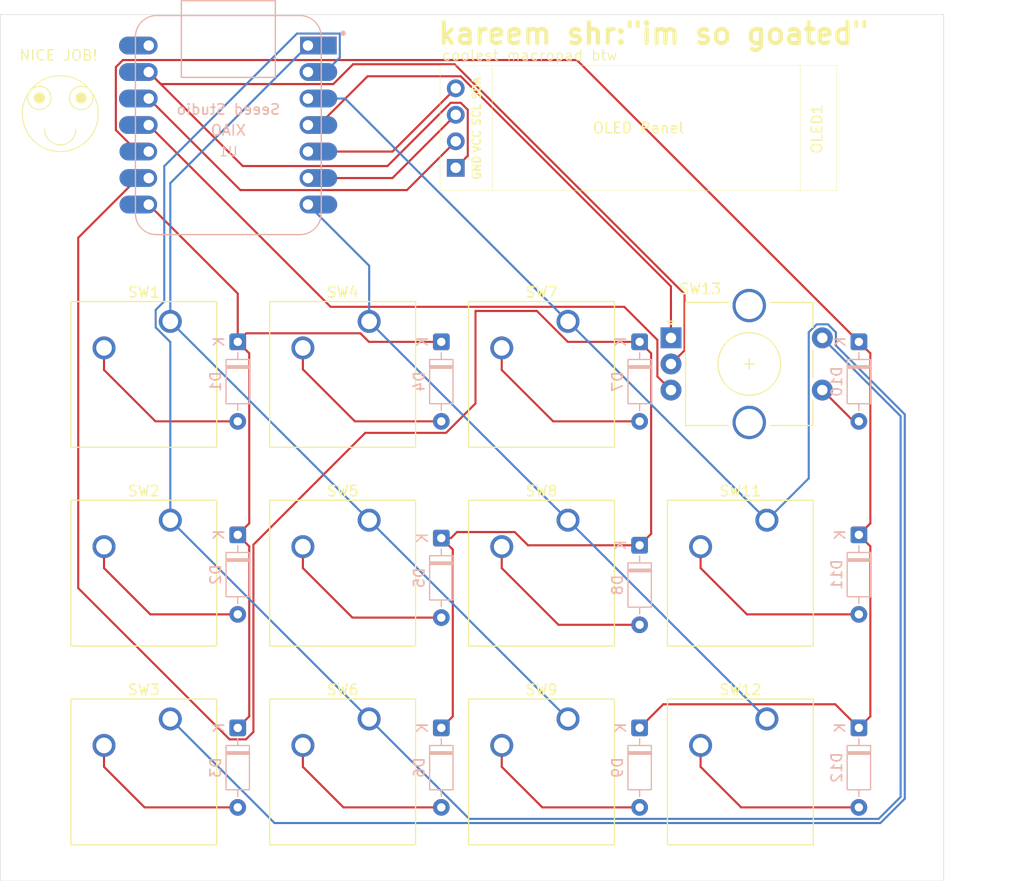
<source format=kicad_pcb>
(kicad_pcb (version 20241229) (generator "pcbnew") (generator_version "9.0")
  (layers (0 "F.Cu" mixed) (2 "B.Cu" signal) (13 "F.Paste" user) (15 "B.Paste" user) (5 "F.SilkS" user "F.Silkscreen") (7 "B.SilkS" user "B.Silkscreen") (1 "F.Mask" user) (3 "B.Mask" user) (25 "Edge.Cuts" user))
  (net 0 "")
  (net 1 "GND")
  (net 2 "Net-(D1-A)")
  (net 3 "Net-(D1-K)")
  (net 4 "Net-(D5-A)")
  (net 5 "Net-(D5-K)")
  (net 6 "Net-(D12-A)")
  (net 7 "Net-(U1-PA02_A0_D0)")
  (net 8 "Net-(U1-PA11_A3_D3)")
  (net 9 "Net-(U1-PB08_A6_D6_TX)")
  (net 10 "/vcc")
  (net 11 "/sda")
  (net 12 "/scl")
  (net 14 "Net-(D10-K)")
  (net 15 "Net-(D9-A)")
  (net 16 "Net-(D10-A)")
  (net 17 "Net-(D11-A)")
  (net 18 "Net-(D2-A)")
  (net 19 "Net-(D3-A)")
  (net 20 "Net-(D4-A)")
  (net 21 "Net-(D6-A)")
  (net 22 "Net-(D7-A)")
  (net 23 "Net-(D8-A)")
  (net 24 "Net-(U1-PA4_A1_D1)")
  (net 25 "Net-(U1-PA10_A2_D2)")
  (net 26 "Net-(U1-PA6_A10_D10_MOSI)")
  (footprint "Button_Switch_Keyboard:SW_Cherry_MX_1.00u_PCB_3d" (layer "F.Cu") (at 248.69 88.47)
    (property "Reference" "SW11" (at -2.54 -2.794 0) (layer "F.SilkS"))
    (property "Value" "SW_Push")
    (fp_line (start -9.525 -1.905) (end 4.445 -1.905) (stroke (width 0.12)) (layer "F.SilkS"))
    (fp_line (start -9.525 12.065) (end -9.525 -1.905) (stroke (width 0.12)) (layer "F.SilkS"))
    (fp_line (start 4.445 -1.905) (end 4.445 12.065) (stroke (width 0.12)) (layer "F.SilkS"))
    (fp_line (start 4.445 12.065) (end -9.525 12.065) (stroke (width 0.12)) (layer "F.SilkS"))
    (pad "" np_thru_hole circle (at -7.62 5.08) (size 1.7 1.7) (drill 1.7) (layers "*.Cu" "*.Mask"))
    (pad "" np_thru_hole circle (at -2.54 5.08) (size 4 4) (drill 4) (layers "*.Cu" "*.Mask"))
    (pad "" np_thru_hole circle (at 2.54 5.08) (size 1.7 1.7) (drill 1.7) (layers "*.Cu" "*.Mask"))
    (pad "1" thru_hole circle (at 0 0) (size 2.2 2.2) (drill 1.5) (layers "*.Cu" "*.Mask") (net 25 "Net-(U1-PA10_A2_D2)"))
    (pad "2" thru_hole circle (at -6.35 2.54) (size 2.2 2.2) (drill 1.5) (layers "*.Cu" "*.Mask") (net 17 "Net-(D11-A)"))
  )
  (footprint "Button_Switch_Keyboard:SW_Cherry_MX_1.00u_PCB_3d" (layer "F.Cu") (at 191.54 107.52)
    (property "Reference" "SW3" (at -2.54 -2.794 0) (layer "F.SilkS"))
    (property "Value" "SW_Push")
    (fp_line (start -9.525 -1.905) (end 4.445 -1.905) (stroke (width 0.12)) (layer "F.SilkS"))
    (fp_line (start -9.525 12.065) (end -9.525 -1.905) (stroke (width 0.12)) (layer "F.SilkS"))
    (fp_line (start 4.445 -1.905) (end 4.445 12.065) (stroke (width 0.12)) (layer "F.SilkS"))
    (fp_line (start 4.445 12.065) (end -9.525 12.065) (stroke (width 0.12)) (layer "F.SilkS"))
    (pad "" np_thru_hole circle (at -7.62 5.08) (size 1.7 1.7) (drill 1.7) (layers "*.Cu" "*.Mask"))
    (pad "" np_thru_hole circle (at -2.54 5.08) (size 4 4) (drill 4) (layers "*.Cu" "*.Mask"))
    (pad "" np_thru_hole circle (at 2.54 5.08) (size 1.7 1.7) (drill 1.7) (layers "*.Cu" "*.Mask"))
    (pad "1" thru_hole circle (at 0 0) (size 2.2 2.2) (drill 1.5) (layers "*.Cu" "*.Mask") (net 25 "Net-(U1-PA10_A2_D2)"))
    (pad "2" thru_hole circle (at -6.35 2.54) (size 2.2 2.2) (drill 1.5) (layers "*.Cu" "*.Mask") (net 19 "Net-(D3-A)"))
  )
  (footprint "Button_Switch_Keyboard:SW_Cherry_MX_1.00u_PCB_3d" (layer "F.Cu") (at 248.69 107.52)
    (property "Reference" "SW12" (at -2.54 -2.794 0) (layer "F.SilkS"))
    (property "Value" "SW_Push")
    (fp_line (start -9.525 -1.905) (end 4.445 -1.905) (stroke (width 0.12)) (layer "F.SilkS"))
    (fp_line (start -9.525 12.065) (end -9.525 -1.905) (stroke (width 0.12)) (layer "F.SilkS"))
    (fp_line (start 4.445 -1.905) (end 4.445 12.065) (stroke (width 0.12)) (layer "F.SilkS"))
    (fp_line (start 4.445 12.065) (end -9.525 12.065) (stroke (width 0.12)) (layer "F.SilkS"))
    (pad "" np_thru_hole circle (at -7.62 5.08) (size 1.7 1.7) (drill 1.7) (layers "*.Cu" "*.Mask"))
    (pad "" np_thru_hole circle (at -2.54 5.08) (size 4 4) (drill 4) (layers "*.Cu" "*.Mask"))
    (pad "" np_thru_hole circle (at 2.54 5.08) (size 1.7 1.7) (drill 1.7) (layers "*.Cu" "*.Mask"))
    (pad "1" thru_hole circle (at 0 0) (size 2.2 2.2) (drill 1.5) (layers "*.Cu" "*.Mask") (net 9 "Net-(U1-PB08_A6_D6_TX)"))
    (pad "2" thru_hole circle (at -6.35 2.54) (size 2.2 2.2) (drill 1.5) (layers "*.Cu" "*.Mask") (net 6 "Net-(D12-A)"))
  )
  (footprint "KiCad-SSD1306-0.91-OLED-4pin-128x32:SSD1306-0.91-OLED-4pin-128x32" (layer "F.Cu") (at 255.385 56.885 180)
    (property "Reference" "OLED1" (at 1.9 5.91 90) (layer "F.SilkS"))
    (property "Value" "Conn_01x04_Pin")
    (fp_line (start 38 12) (end 38 0) (stroke (width 0.04)) (layer "F.SilkS"))
    (fp_line (start 38 0) (end 0 0) (stroke (width 0.04)) (layer "F.SilkS"))
    (fp_line (start 33 0) (end 33 12) (stroke (width 0.04)) (layer "F.SilkS"))
    (fp_line (start 3.5 0) (end 3.5 12) (stroke (width 0.04)) (layer "F.SilkS"))
    (fp_line (start 0 12) (end 38 12) (stroke (width 0.04)) (layer "F.SilkS"))
    (fp_line (start 0 0) (end 0 12) (stroke (width 0.04)) (layer "F.SilkS"))
    (fp_text user "SCL" (at 34.5 7.27 90) (layer "F.SilkS") (effects (font (size 0.75 0.75))))
    (fp_text user "VCC" (at 34.5 4.73 90) (layer "F.SilkS") (effects (font (size 0.75 0.75))))
    (fp_text user "SDA" (at 34.5 9.81 90) (layer "F.SilkS") (effects (font (size 0.75 0.75))))
    (fp_text user "GND" (at 34.5 2.19 90) (layer "F.SilkS") (effects (font (size 0.75 0.75))))
    (fp_text user "OLED Panel" (at 19 6 0) (layer "F.SilkS"))
    (pad "1" thru_hole rect (at 36.5 2.19 180) (size 1.7 1.7) (drill 1) (layers "*.Cu" "*.Mask") (net 1 "GND"))
    (pad "2" thru_hole oval (at 36.5 4.73 180) (size 1.7 1.7) (drill 1) (layers "*.Cu" "*.Mask") (net 10 "/vcc"))
    (pad "3" thru_hole oval (at 36.5 7.27 180) (size 1.7 1.7) (drill 1) (layers "*.Cu" "*.Mask") (net 12 "/scl"))
    (pad "4" thru_hole oval (at 36.5 9.81 180) (size 1.7 1.7) (drill 1) (layers "*.Cu" "*.Mask") (net 11 "/sda"))
  )
  (footprint "Button_Switch_Keyboard:SW_Cherry_MX_1.00u_PCB_3d" (layer "F.Cu") (at 210.59 88.47)
    (property "Reference" "SW5" (at -2.54 -2.794 0) (layer "F.SilkS"))
    (property "Value" "SW_Push")
    (fp_line (start -9.525 -1.905) (end 4.445 -1.905) (stroke (width 0.12)) (layer "F.SilkS"))
    (fp_line (start -9.525 12.065) (end -9.525 -1.905) (stroke (width 0.12)) (layer "F.SilkS"))
    (fp_line (start 4.445 -1.905) (end 4.445 12.065) (stroke (width 0.12)) (layer "F.SilkS"))
    (fp_line (start 4.445 12.065) (end -9.525 12.065) (stroke (width 0.12)) (layer "F.SilkS"))
    (pad "" np_thru_hole circle (at -7.62 5.08) (size 1.7 1.7) (drill 1.7) (layers "*.Cu" "*.Mask"))
    (pad "" np_thru_hole circle (at -2.54 5.08) (size 4 4) (drill 4) (layers "*.Cu" "*.Mask"))
    (pad "" np_thru_hole circle (at 2.54 5.08) (size 1.7 1.7) (drill 1.7) (layers "*.Cu" "*.Mask"))
    (pad "1" thru_hole circle (at 0 0) (size 2.2 2.2) (drill 1.5) (layers "*.Cu" "*.Mask") (net 7 "Net-(U1-PA02_A0_D0)"))
    (pad "2" thru_hole circle (at -6.35 2.54) (size 2.2 2.2) (drill 1.5) (layers "*.Cu" "*.Mask") (net 4 "Net-(D5-A)"))
  )
  (footprint "Button_Switch_Keyboard:SW_Cherry_MX_1.00u_PCB_3d" (layer "F.Cu") (at 229.64 107.52)
    (property "Reference" "SW9" (at -2.54 -2.794 0) (layer "F.SilkS"))
    (property "Value" "SW_Push")
    (fp_line (start -9.525 -1.905) (end 4.445 -1.905) (stroke (width 0.12)) (layer "F.SilkS"))
    (fp_line (start -9.525 12.065) (end -9.525 -1.905) (stroke (width 0.12)) (layer "F.SilkS"))
    (fp_line (start 4.445 -1.905) (end 4.445 12.065) (stroke (width 0.12)) (layer "F.SilkS"))
    (fp_line (start 4.445 12.065) (end -9.525 12.065) (stroke (width 0.12)) (layer "F.SilkS"))
    (pad "" np_thru_hole circle (at -7.62 5.08) (size 1.7 1.7) (drill 1.7) (layers "*.Cu" "*.Mask"))
    (pad "" np_thru_hole circle (at -2.54 5.08) (size 4 4) (drill 4) (layers "*.Cu" "*.Mask"))
    (pad "" np_thru_hole circle (at 2.54 5.08) (size 1.7 1.7) (drill 1.7) (layers "*.Cu" "*.Mask"))
    (pad "1" thru_hole circle (at 0 0) (size 2.2 2.2) (drill 1.5) (layers "*.Cu" "*.Mask") (net 7 "Net-(U1-PA02_A0_D0)"))
    (pad "2" thru_hole circle (at -6.35 2.54) (size 2.2 2.2) (drill 1.5) (layers "*.Cu" "*.Mask") (net 15 "Net-(D9-A)"))
  )
  (footprint "Button_Switch_Keyboard:SW_Cherry_MX_1.00u_PCB_3d" (layer "F.Cu") (at 229.64 88.47)
    (property "Reference" "SW8" (at -2.54 -2.794 0) (layer "F.SilkS"))
    (property "Value" "SW_Push")
    (fp_line (start -9.525 -1.905) (end 4.445 -1.905) (stroke (width 0.12)) (layer "F.SilkS"))
    (fp_line (start -9.525 12.065) (end -9.525 -1.905) (stroke (width 0.12)) (layer "F.SilkS"))
    (fp_line (start 4.445 -1.905) (end 4.445 12.065) (stroke (width 0.12)) (layer "F.SilkS"))
    (fp_line (start 4.445 12.065) (end -9.525 12.065) (stroke (width 0.12)) (layer "F.SilkS"))
    (pad "" np_thru_hole circle (at -7.62 5.08) (size 1.7 1.7) (drill 1.7) (layers "*.Cu" "*.Mask"))
    (pad "" np_thru_hole circle (at -2.54 5.08) (size 4 4) (drill 4) (layers "*.Cu" "*.Mask"))
    (pad "" np_thru_hole circle (at 2.54 5.08) (size 1.7 1.7) (drill 1.7) (layers "*.Cu" "*.Mask"))
    (pad "1" thru_hole circle (at 0 0) (size 2.2 2.2) (drill 1.5) (layers "*.Cu" "*.Mask") (net 9 "Net-(U1-PB08_A6_D6_TX)"))
    (pad "2" thru_hole circle (at -6.35 2.54) (size 2.2 2.2) (drill 1.5) (layers "*.Cu" "*.Mask") (net 23 "Net-(D8-A)"))
  )
  (footprint "Button_Switch_Keyboard:SW_Cherry_MX_1.00u_PCB_3d" (layer "F.Cu") (at 191.54 88.47)
    (property "Reference" "SW2" (at -2.54 -2.794 0) (layer "F.SilkS"))
    (property "Value" "SW_Push")
    (fp_line (start -9.525 -1.905) (end 4.445 -1.905) (stroke (width 0.12)) (layer "F.SilkS"))
    (fp_line (start -9.525 12.065) (end -9.525 -1.905) (stroke (width 0.12)) (layer "F.SilkS"))
    (fp_line (start 4.445 -1.905) (end 4.445 12.065) (stroke (width 0.12)) (layer "F.SilkS"))
    (fp_line (start 4.445 12.065) (end -9.525 12.065) (stroke (width 0.12)) (layer "F.SilkS"))
    (pad "" np_thru_hole circle (at -7.62 5.08) (size 1.7 1.7) (drill 1.7) (layers "*.Cu" "*.Mask"))
    (pad "" np_thru_hole circle (at -2.54 5.08) (size 4 4) (drill 4) (layers "*.Cu" "*.Mask"))
    (pad "" np_thru_hole circle (at 2.54 5.08) (size 1.7 1.7) (drill 1.7) (layers "*.Cu" "*.Mask"))
    (pad "1" thru_hole circle (at 0 0) (size 2.2 2.2) (drill 1.5) (layers "*.Cu" "*.Mask") (net 24 "Net-(U1-PA4_A1_D1)"))
    (pad "2" thru_hole circle (at -6.35 2.54) (size 2.2 2.2) (drill 1.5) (layers "*.Cu" "*.Mask") (net 18 "Net-(D2-A)"))
  )
  (footprint "Button_Switch_Keyboard:SW_Cherry_MX_1.00u_PCB_3d" (layer "F.Cu") (at 210.59 69.42)
    (property "Reference" "SW4" (at -2.54 -2.794 0) (layer "F.SilkS"))
    (property "Value" "SW_Push")
    (fp_line (start -9.525 -1.905) (end 4.445 -1.905) (stroke (width 0.12)) (layer "F.SilkS"))
    (fp_line (start -9.525 12.065) (end -9.525 -1.905) (stroke (width 0.12)) (layer "F.SilkS"))
    (fp_line (start 4.445 -1.905) (end 4.445 12.065) (stroke (width 0.12)) (layer "F.SilkS"))
    (fp_line (start 4.445 12.065) (end -9.525 12.065) (stroke (width 0.12)) (layer "F.SilkS"))
    (pad "" np_thru_hole circle (at -7.62 5.08) (size 1.7 1.7) (drill 1.7) (layers "*.Cu" "*.Mask"))
    (pad "" np_thru_hole circle (at -2.54 5.08) (size 4 4) (drill 4) (layers "*.Cu" "*.Mask"))
    (pad "" np_thru_hole circle (at 2.54 5.08) (size 1.7 1.7) (drill 1.7) (layers "*.Cu" "*.Mask"))
    (pad "1" thru_hole circle (at 0 0) (size 2.2 2.2) (drill 1.5) (layers "*.Cu" "*.Mask") (net 9 "Net-(U1-PB08_A6_D6_TX)"))
    (pad "2" thru_hole circle (at -6.35 2.54) (size 2.2 2.2) (drill 1.5) (layers "*.Cu" "*.Mask") (net 20 "Net-(D4-A)"))
  )
  (footprint "Button_Switch_Keyboard:SW_Cherry_MX_1.00u_PCB_3d" (layer "F.Cu") (at 191.54 69.42)
    (property "Reference" "SW1" (at -2.54 -2.794 0) (layer "F.SilkS"))
    (property "Value" "SW_Push")
    (fp_line (start -9.525 -1.905) (end 4.445 -1.905) (stroke (width 0.12)) (layer "F.SilkS"))
    (fp_line (start -9.525 12.065) (end -9.525 -1.905) (stroke (width 0.12)) (layer "F.SilkS"))
    (fp_line (start 4.445 -1.905) (end 4.445 12.065) (stroke (width 0.12)) (layer "F.SilkS"))
    (fp_line (start 4.445 12.065) (end -9.525 12.065) (stroke (width 0.12)) (layer "F.SilkS"))
    (pad "" np_thru_hole circle (at -7.62 5.08) (size 1.7 1.7) (drill 1.7) (layers "*.Cu" "*.Mask"))
    (pad "" np_thru_hole circle (at -2.54 5.08) (size 4 4) (drill 4) (layers "*.Cu" "*.Mask"))
    (pad "" np_thru_hole circle (at 2.54 5.08) (size 1.7 1.7) (drill 1.7) (layers "*.Cu" "*.Mask"))
    (pad "1" thru_hole circle (at 0 0) (size 2.2 2.2) (drill 1.5) (layers "*.Cu" "*.Mask") (net 7 "Net-(U1-PA02_A0_D0)"))
    (pad "2" thru_hole circle (at -6.35 2.54) (size 2.2 2.2) (drill 1.5) (layers "*.Cu" "*.Mask") (net 2 "Net-(D1-A)"))
  )
  (footprint "Rotary_Encoder:RotaryEncoder_Alps_EC11E-Switch_Vertical_H20mm_CircularMountingHoles" (layer "F.Cu") (at 239.5 71)
    (property "Reference" "SW13" (at 2.8 -4.7 0) (layer "F.SilkS"))
    (property "Value" "RotaryEncoder_Switch")
    (fp_line (start -0.3 -1.6) (end 0.3 -1.6) (stroke (width 0.12)) (layer "F.SilkS"))
    (fp_line (start 0 -1.3) (end -0.3 -1.6) (stroke (width 0.12)) (layer "F.SilkS"))
    (fp_line (start 0.3 -1.6) (end 0 -1.3) (stroke (width 0.12)) (layer "F.SilkS"))
    (fp_line (start 1.4 -3.4) (end 1.4 8.4) (stroke (width 0.12)) (layer "F.SilkS"))
    (fp_line (start 5.5 -3.4) (end 1.4 -3.4) (stroke (width 0.12)) (layer "F.SilkS"))
    (fp_line (start 5.5 8.4) (end 1.4 8.4) (stroke (width 0.12)) (layer "F.SilkS"))
    (fp_line (start 7 2.5) (end 8 2.5) (stroke (width 0.12)) (layer "F.SilkS"))
    (fp_line (start 7.5 2) (end 7.5 3) (stroke (width 0.12)) (layer "F.SilkS"))
    (fp_line (start 9.5 -3.4) (end 13.6 -3.4) (stroke (width 0.12)) (layer "F.SilkS"))
    (fp_line (start 13.6 -3.4) (end 13.6 -1) (stroke (width 0.12)) (layer "F.SilkS"))
    (fp_line (start 13.6 1.2) (end 13.6 3.8) (stroke (width 0.12)) (layer "F.SilkS"))
    (fp_line (start 13.6 6) (end 13.6 8.4) (stroke (width 0.12)) (layer "F.SilkS"))
    (fp_line (start 13.6 8.4) (end 9.5 8.4) (stroke (width 0.12)) (layer "F.SilkS"))
    (fp_circle (center 7.5 2.5) (end 10.5 2.5) (stroke (width 0.12)) (fill no) (layer "F.SilkS"))
    (pad "A" thru_hole rect (at 0 0) (size 2 2) (drill 1) (layers "*.Cu" "*.Mask") (net 8 "Net-(U1-PA11_A3_D3)"))
    (pad "B" thru_hole circle (at 0 5) (size 2 2) (drill 1) (layers "*.Cu" "*.Mask") (net 26 "Net-(U1-PA6_A10_D10_MOSI)"))
    (pad "C" thru_hole circle (at 0 2.5) (size 2 2) (drill 1) (layers "*.Cu" "*.Mask") (net 1 "GND"))
    (pad "MP" thru_hole circle (at 7.5 -3.1) (size 3.2 3.2) (drill 2.6) (layers "*.Cu" "*.Mask"))
    (pad "MP" thru_hole circle (at 7.5 8.1) (size 3.2 3.2) (drill 2.6) (layers "*.Cu" "*.Mask"))
    (pad "S1" thru_hole circle (at 14.5 5) (size 2 2) (drill 1) (layers "*.Cu" "*.Mask") (net 16 "Net-(D10-A)"))
    (pad "S2" thru_hole circle (at 14.5 0) (size 2 2) (drill 1) (layers "*.Cu" "*.Mask") (net 24 "Net-(U1-PA4_A1_D1)"))
  )
  (footprint "Button_Switch_Keyboard:SW_Cherry_MX_1.00u_PCB_3d" (layer "F.Cu") (at 210.59 107.52)
    (property "Reference" "SW6" (at -2.54 -2.794 0) (layer "F.SilkS"))
    (property "Value" "SW_Push")
    (fp_line (start -9.525 -1.905) (end 4.445 -1.905) (stroke (width 0.12)) (layer "F.SilkS"))
    (fp_line (start -9.525 12.065) (end -9.525 -1.905) (stroke (width 0.12)) (layer "F.SilkS"))
    (fp_line (start 4.445 -1.905) (end 4.445 12.065) (stroke (width 0.12)) (layer "F.SilkS"))
    (fp_line (start 4.445 12.065) (end -9.525 12.065) (stroke (width 0.12)) (layer "F.SilkS"))
    (pad "" np_thru_hole circle (at -7.62 5.08) (size 1.7 1.7) (drill 1.7) (layers "*.Cu" "*.Mask"))
    (pad "" np_thru_hole circle (at -2.54 5.08) (size 4 4) (drill 4) (layers "*.Cu" "*.Mask"))
    (pad "" np_thru_hole circle (at 2.54 5.08) (size 1.7 1.7) (drill 1.7) (layers "*.Cu" "*.Mask"))
    (pad "1" thru_hole circle (at 0 0) (size 2.2 2.2) (drill 1.5) (layers "*.Cu" "*.Mask") (net 24 "Net-(U1-PA4_A1_D1)"))
    (pad "2" thru_hole circle (at -6.35 2.54) (size 2.2 2.2) (drill 1.5) (layers "*.Cu" "*.Mask") (net 21 "Net-(D6-A)"))
  )
  (footprint "Button_Switch_Keyboard:SW_Cherry_MX_1.00u_PCB_3d" (layer "F.Cu") (at 229.64 69.42)
    (property "Reference" "SW7" (at -2.54 -2.794 0) (layer "F.SilkS"))
    (property "Value" "SW_Push")
    (fp_line (start -9.525 -1.905) (end 4.445 -1.905) (stroke (width 0.12)) (layer "F.SilkS"))
    (fp_line (start -9.525 12.065) (end -9.525 -1.905) (stroke (width 0.12)) (layer "F.SilkS"))
    (fp_line (start 4.445 -1.905) (end 4.445 12.065) (stroke (width 0.12)) (layer "F.SilkS"))
    (fp_line (start 4.445 12.065) (end -9.525 12.065) (stroke (width 0.12)) (layer "F.SilkS"))
    (pad "" np_thru_hole circle (at -7.62 5.08) (size 1.7 1.7) (drill 1.7) (layers "*.Cu" "*.Mask"))
    (pad "" np_thru_hole circle (at -2.54 5.08) (size 4 4) (drill 4) (layers "*.Cu" "*.Mask"))
    (pad "" np_thru_hole circle (at 2.54 5.08) (size 1.7 1.7) (drill 1.7) (layers "*.Cu" "*.Mask"))
    (pad "1" thru_hole circle (at 0 0) (size 2.2 2.2) (drill 1.5) (layers "*.Cu" "*.Mask") (net 25 "Net-(U1-PA10_A2_D2)"))
    (pad "2" thru_hole circle (at -6.35 2.54) (size 2.2 2.2) (drill 1.5) (layers "*.Cu" "*.Mask") (net 22 "Net-(D7-A)"))
  )
  (footprint "Diode_THT:D_DO-35_SOD27_P7.62mm_Horizontal" (layer "B.Cu") (at 236.5 108.38 -90)
    (property "Reference" "D9" (at 3.81 2.12 90) (layer "B.SilkS") (effects (justify mirror)))
    (property "Value" "1N4148")
    (fp_line (start 2.29 1.12) (end 2.29 -1.12) (stroke (width 0.12)) (layer "B.SilkS"))
    (fp_line (start 2.41 1.12) (end 2.41 -1.12) (stroke (width 0.12)) (layer "B.SilkS"))
    (fp_line (start 2.53 1.12) (end 2.53 -1.12) (stroke (width 0.12)) (layer "B.SilkS"))
    (fp_line (start 1.04 0) (end 1.69 0) (stroke (width 0.12)) (layer "B.SilkS"))
    (fp_line (start 6.58 0) (end 5.93 0) (stroke (width 0.12)) (layer "B.SilkS"))
    (fp_rect (start 1.69 1.12) (end 5.93 -1.12) (stroke (width 0.12)) (fill no) (layer "B.SilkS"))
    (fp_text user "K" (at 0 1.8 90) (layer "B.SilkS") (effects (justify mirror)))
    (pad "1" thru_hole roundrect (at 0 0 270) (size 1.6 1.6) (drill 0.8) (layers "*.Cu" "*.Mask") (roundrect_rratio 0.15625) (net 14 "Net-(D10-K)"))
    (pad "2" thru_hole circle (at 7.62 0 270) (size 1.6 1.6) (drill 0.8) (layers "*.Cu" "*.Mask") (net 15 "Net-(D9-A)"))
  )
  (footprint "Diode_THT:D_DO-35_SOD27_P7.62mm_Horizontal" (layer "B.Cu") (at 236.5 90.88 -90)
    (property "Reference" "D8" (at 3.81 2.12 90) (layer "B.SilkS") (effects (justify mirror)))
    (property "Value" "1N4148")
    (fp_line (start 2.29 1.12) (end 2.29 -1.12) (stroke (width 0.12)) (layer "B.SilkS"))
    (fp_line (start 2.41 1.12) (end 2.41 -1.12) (stroke (width 0.12)) (layer "B.SilkS"))
    (fp_line (start 2.53 1.12) (end 2.53 -1.12) (stroke (width 0.12)) (layer "B.SilkS"))
    (fp_line (start 1.04 0) (end 1.69 0) (stroke (width 0.12)) (layer "B.SilkS"))
    (fp_line (start 6.58 0) (end 5.93 0) (stroke (width 0.12)) (layer "B.SilkS"))
    (fp_rect (start 1.69 1.12) (end 5.93 -1.12) (stroke (width 0.12)) (fill no) (layer "B.SilkS"))
    (fp_text user "K" (at 0 1.8 90) (layer "B.SilkS") (effects (justify mirror)))
    (pad "1" thru_hole roundrect (at 0 0 270) (size 1.6 1.6) (drill 0.8) (layers "*.Cu" "*.Mask") (roundrect_rratio 0.15625) (net 5 "Net-(D5-K)"))
    (pad "2" thru_hole circle (at 7.62 0 270) (size 1.6 1.6) (drill 0.8) (layers "*.Cu" "*.Mask") (net 23 "Net-(D8-A)"))
  )
  (footprint "Diode_THT:D_DO-35_SOD27_P7.62mm_Horizontal" (layer "B.Cu") (at 217.5 71.38 -90)
    (property "Reference" "D4" (at 3.81 2.12 90) (layer "B.SilkS") (effects (justify mirror)))
    (property "Value" "1N4148")
    (fp_line (start 2.29 1.12) (end 2.29 -1.12) (stroke (width 0.12)) (layer "B.SilkS"))
    (fp_line (start 2.41 1.12) (end 2.41 -1.12) (stroke (width 0.12)) (layer "B.SilkS"))
    (fp_line (start 2.53 1.12) (end 2.53 -1.12) (stroke (width 0.12)) (layer "B.SilkS"))
    (fp_line (start 1.04 0) (end 1.69 0) (stroke (width 0.12)) (layer "B.SilkS"))
    (fp_line (start 6.58 0) (end 5.93 0) (stroke (width 0.12)) (layer "B.SilkS"))
    (fp_rect (start 1.69 1.12) (end 5.93 -1.12) (stroke (width 0.12)) (fill no) (layer "B.SilkS"))
    (fp_text user "K" (at 0 1.8 90) (layer "B.SilkS") (effects (justify mirror)))
    (pad "1" thru_hole roundrect (at 0 0 270) (size 1.6 1.6) (drill 0.8) (layers "*.Cu" "*.Mask") (roundrect_rratio 0.15625) (net 3 "Net-(D1-K)"))
    (pad "2" thru_hole circle (at 7.62 0 270) (size 1.6 1.6) (drill 0.8) (layers "*.Cu" "*.Mask") (net 20 "Net-(D4-A)"))
  )
  (footprint "Diode_THT:D_DO-35_SOD27_P7.62mm_Horizontal" (layer "B.Cu") (at 198 108.38 -90)
    (property "Reference" "D3" (at 3.81 2.12 90) (layer "B.SilkS") (effects (justify mirror)))
    (property "Value" "1N4148")
    (fp_line (start 2.29 1.12) (end 2.29 -1.12) (stroke (width 0.12)) (layer "B.SilkS"))
    (fp_line (start 2.41 1.12) (end 2.41 -1.12) (stroke (width 0.12)) (layer "B.SilkS"))
    (fp_line (start 2.53 1.12) (end 2.53 -1.12) (stroke (width 0.12)) (layer "B.SilkS"))
    (fp_line (start 1.04 0) (end 1.69 0) (stroke (width 0.12)) (layer "B.SilkS"))
    (fp_line (start 6.58 0) (end 5.93 0) (stroke (width 0.12)) (layer "B.SilkS"))
    (fp_rect (start 1.69 1.12) (end 5.93 -1.12) (stroke (width 0.12)) (fill no) (layer "B.SilkS"))
    (fp_text user "K" (at 0 1.8 90) (layer "B.SilkS") (effects (justify mirror)))
    (pad "1" thru_hole roundrect (at 0 0 270) (size 1.6 1.6) (drill 0.8) (layers "*.Cu" "*.Mask") (roundrect_rratio 0.15625) (net 3 "Net-(D1-K)"))
    (pad "2" thru_hole circle (at 7.62 0 270) (size 1.6 1.6) (drill 0.8) (layers "*.Cu" "*.Mask") (net 19 "Net-(D3-A)"))
  )
  (footprint "footprints:XIAO-Generic-Hybrid-14P-2.54-21X17.8MM" (layer "B.Cu") (at 197.1 50.6 180)
    (property "Reference" "U1" (at 0 -2.54 0) (layer "B.SilkS") (effects (font (size 0.889 0.889) (thickness 0.1016)) (justify mirror)))
    (property "Value" "MOUDLE-SEEEDUINO-XIAO" (hide yes))
    (fp_line (start 8.9 -8.5) (end 8.9 8.5) (stroke (width 0.127)) (layer "B.SilkS"))
    (fp_line (start 6.9 10.49909) (end -6.9 10.49909) (stroke (width 0.127)) (layer "B.SilkS"))
    (fp_line (start 4.5 11.92403) (end 4.5 4.57073) (stroke (width 0.127)) (layer "B.SilkS"))
    (fp_line (start 4.5 4.57073) (end -4.5 4.57073) (stroke (width 0.127)) (layer "B.SilkS"))
    (fp_line (start -4.5 11.92403) (end 4.5 11.92403) (stroke (width 0.127)) (layer "B.SilkS"))
    (fp_line (start -4.5 4.57073) (end -4.5 11.92403) (stroke (width 0.127)) (layer "B.SilkS"))
    (fp_line (start -6.9 -10.5) (end 6.9 -10.5) (stroke (width 0.127)) (layer "B.SilkS"))
    (fp_line (start -8.9 8.5) (end -8.9 -8.5) (stroke (width 0.127)) (layer "B.SilkS"))
    (fp_arc (start 8.9 8.5) (mid 8.301492 9.901492) (end 6.9 10.5) (stroke (width 0.12)) (layer "B.SilkS"))
    (fp_arc (start 6.9 -10.5) (mid 8.314214 -9.914214) (end 8.9 -8.5) (stroke (width 0.12)) (layer "B.SilkS"))
    (fp_arc (start -6.9 10.5) (mid -8.301491 9.901491) (end -8.9 8.5) (stroke (width 0.12)) (layer "B.SilkS"))
    (fp_arc (start -8.9 -8.5) (mid -8.301423 -9.901423) (end -6.9 -10.5) (stroke (width 0.12)) (layer "B.SilkS"))
    (fp_circle (center -11 8.8) (end -11 9.054) (fill yes) (layer "B.SilkS"))
    (fp_poly (pts (xy -8.887715 8.561705) (xy -8.884667 8.610473) (xy -8.880603 8.659494)) (stroke (width 0.0254)) (fill no) (layer "B.SilkS"))
    (fp_poly (pts (xy 8.889492 -8.521574) (xy 8.887713 -8.57085) (xy 8.884665 -8.619618) (xy 8.880601 -8.668639) (xy 8.875268 -8.717407) (xy 8.868664 -8.766175) (xy 8.861044 -8.81469) (xy 8.852153 -8.86295) (xy 8.842248 -8.910955)) (stroke (width 0.0254)) (fill no) (layer "B.SilkS"))
    (fp_text user "XIAO" (at 0 -0.5 0) (layer "B.SilkS") (effects (justify mirror)))
    (fp_text user "Seeed Studio" (at 0 1.5 0) (layer "B.SilkS") (effects (justify mirror)))
    (pad "1" thru_hole rect (at -7.625 7.62 180) (size 3.5 1.7) (drill 1 (offset -1 0)) (layers "*.Cu" "*.Mask") (net 7 "Net-(U1-PA02_A0_D0)"))
    (pad "2" thru_hole oval (at -7.625 5.08 180) (size 3.6 1.7) (drill 1 (offset -1 0)) (layers "*.Cu" "*.Mask") (net 24 "Net-(U1-PA4_A1_D1)"))
    (pad "3" thru_hole oval (at -7.625 2.54 180) (size 3.6 1.7) (drill 1 (offset -1 0)) (layers "*.Cu" "*.Mask") (net 25 "Net-(U1-PA10_A2_D2)"))
    (pad "4" thru_hole oval (at -7.625 0 180) (size 3.6 1.7) (drill 1 (offset -1 0)) (layers "*.Cu" "*.Mask") (net 8 "Net-(U1-PA11_A3_D3)"))
    (pad "5" thru_hole oval (at -7.625 -2.54 180) (size 3.6 1.7) (drill 1 (offset -1 0)) (layers "*.Cu" "*.Mask") (net 11 "/sda"))
    (pad "6" thru_hole oval (at -7.625 -5.08) (size 3.6 1.7) (drill 1 (offset 1 0)) (layers "*.Cu" "*.Mask") (net 12 "/scl"))
    (pad "7" thru_hole oval (at -7.625 -7.62 180) (size 3.6 1.7) (drill 1 (offset -1 0)) (layers "*.Cu" "*.Mask") (net 9 "Net-(U1-PB08_A6_D6_TX)"))
    (pad "8" thru_hole oval (at 7.625 -7.62 180) (size 3.6 1.7) (drill 1 (offset 1 0)) (layers "*.Cu" "*.Mask") (net 3 "Net-(D1-K)"))
    (pad "9" thru_hole oval (at 7.625 -5.08 180) (size 3.6 1.7) (drill 1 (offset 1 0)) (layers "*.Cu" "*.Mask") (net 5 "Net-(D5-K)"))
    (pad "10" thru_hole oval (at 7.625 -2.54 180) (size 3.6 1.7) (drill 1 (offset 1 0)) (layers "*.Cu" "*.Mask") (net 14 "Net-(D10-K)"))
    (pad "11" thru_hole oval (at 7.625 0 180) (size 3.7 1.7) (drill 1 (offset 1 0)) (layers "*.Cu" "*.Mask") (net 26 "Net-(U1-PA6_A10_D10_MOSI)"))
    (pad "12" thru_hole oval (at 7.625 2.54 180) (size 3.7 1.7) (drill 1 (offset 1 0)) (layers "*.Cu" "*.Mask") (net 10 "/vcc"))
    (pad "13" thru_hole oval (at 7.625 5.08 180) (size 3.7 1.7) (drill 1 (offset 1 0)) (layers "*.Cu" "*.Mask") (net 1 "GND"))
    (pad "14" thru_hole oval (at 7.625 7.62 180) (size 3.7 1.7) (drill 1 (offset 1 0)) (layers "*.Cu" "*.Mask"))
  )
  (footprint "Diode_THT:D_DO-35_SOD27_P7.62mm_Horizontal" (layer "B.Cu") (at 236.5 71.38 -90)
    (property "Reference" "D7" (at 3.81 2.12 90) (layer "B.SilkS") (effects (justify mirror)))
    (property "Value" "1N4148")
    (fp_line (start 2.29 1.12) (end 2.29 -1.12) (stroke (width 0.12)) (layer "B.SilkS"))
    (fp_line (start 2.41 1.12) (end 2.41 -1.12) (stroke (width 0.12)) (layer "B.SilkS"))
    (fp_line (start 2.53 1.12) (end 2.53 -1.12) (stroke (width 0.12)) (layer "B.SilkS"))
    (fp_line (start 1.04 0) (end 1.69 0) (stroke (width 0.12)) (layer "B.SilkS"))
    (fp_line (start 6.58 0) (end 5.93 0) (stroke (width 0.12)) (layer "B.SilkS"))
    (fp_rect (start 1.69 1.12) (end 5.93 -1.12) (stroke (width 0.12)) (fill no) (layer "B.SilkS"))
    (fp_text user "K" (at 0 1.8 90) (layer "B.SilkS") (effects (justify mirror)))
    (pad "1" thru_hole roundrect (at 0 0 270) (size 1.6 1.6) (drill 0.8) (layers "*.Cu" "*.Mask") (roundrect_rratio 0.15625) (net 5 "Net-(D5-K)"))
    (pad "2" thru_hole circle (at 7.62 0 270) (size 1.6 1.6) (drill 0.8) (layers "*.Cu" "*.Mask") (net 22 "Net-(D7-A)"))
  )
  (footprint "Diode_THT:D_DO-35_SOD27_P7.62mm_Horizontal" (layer "B.Cu") (at 257.5 108.38 -90)
    (property "Reference" "D12" (at 3.81 2.12 90) (layer "B.SilkS") (effects (justify mirror)))
    (property "Value" "1N4148")
    (fp_line (start 2.29 1.12) (end 2.29 -1.12) (stroke (width 0.12)) (layer "B.SilkS"))
    (fp_line (start 2.41 1.12) (end 2.41 -1.12) (stroke (width 0.12)) (layer "B.SilkS"))
    (fp_line (start 2.53 1.12) (end 2.53 -1.12) (stroke (width 0.12)) (layer "B.SilkS"))
    (fp_line (start 1.04 0) (end 1.69 0) (stroke (width 0.12)) (layer "B.SilkS"))
    (fp_line (start 6.58 0) (end 5.93 0) (stroke (width 0.12)) (layer "B.SilkS"))
    (fp_rect (start 1.69 1.12) (end 5.93 -1.12) (stroke (width 0.12)) (fill no) (layer "B.SilkS"))
    (fp_text user "K" (at 0 1.8 90) (layer "B.SilkS") (effects (justify mirror)))
    (pad "1" thru_hole roundrect (at 0 0 270) (size 1.6 1.6) (drill 0.8) (layers "*.Cu" "*.Mask") (roundrect_rratio 0.15625) (net 14 "Net-(D10-K)"))
    (pad "2" thru_hole circle (at 7.62 0 270) (size 1.6 1.6) (drill 0.8) (layers "*.Cu" "*.Mask") (net 6 "Net-(D12-A)"))
  )
  (footprint "Diode_THT:D_DO-35_SOD27_P7.62mm_Horizontal" (layer "B.Cu") (at 198 71.38 -90)
    (property "Reference" "D1" (at 3.81 2.12 90) (layer "B.SilkS") (effects (justify mirror)))
    (property "Value" "1N4148")
    (fp_line (start 2.29 1.12) (end 2.29 -1.12) (stroke (width 0.12)) (layer "B.SilkS"))
    (fp_line (start 2.41 1.12) (end 2.41 -1.12) (stroke (width 0.12)) (layer "B.SilkS"))
    (fp_line (start 2.53 1.12) (end 2.53 -1.12) (stroke (width 0.12)) (layer "B.SilkS"))
    (fp_line (start 1.04 0) (end 1.69 0) (stroke (width 0.12)) (layer "B.SilkS"))
    (fp_line (start 6.58 0) (end 5.93 0) (stroke (width 0.12)) (layer "B.SilkS"))
    (fp_rect (start 1.69 1.12) (end 5.93 -1.12) (stroke (width 0.12)) (fill no) (layer "B.SilkS"))
    (fp_text user "K" (at 0 1.8 90) (layer "B.SilkS") (effects (justify mirror)))
    (pad "1" thru_hole roundrect (at 0 0 270) (size 1.6 1.6) (drill 0.8) (layers "*.Cu" "*.Mask") (roundrect_rratio 0.15625) (net 3 "Net-(D1-K)"))
    (pad "2" thru_hole circle (at 7.62 0 270) (size 1.6 1.6) (drill 0.8) (layers "*.Cu" "*.Mask") (net 2 "Net-(D1-A)"))
  )
  (footprint "Diode_THT:D_DO-35_SOD27_P7.62mm_Horizontal" (layer "B.Cu") (at 257.5 89.88 -90)
    (property "Reference" "D11" (at 3.81 2.12 90) (layer "B.SilkS") (effects (justify mirror)))
    (property "Value" "1N4148")
    (fp_line (start 2.29 1.12) (end 2.29 -1.12) (stroke (width 0.12)) (layer "B.SilkS"))
    (fp_line (start 2.41 1.12) (end 2.41 -1.12) (stroke (width 0.12)) (layer "B.SilkS"))
    (fp_line (start 2.53 1.12) (end 2.53 -1.12) (stroke (width 0.12)) (layer "B.SilkS"))
    (fp_line (start 1.04 0) (end 1.69 0) (stroke (width 0.12)) (layer "B.SilkS"))
    (fp_line (start 6.58 0) (end 5.93 0) (stroke (width 0.12)) (layer "B.SilkS"))
    (fp_rect (start 1.69 1.12) (end 5.93 -1.12) (stroke (width 0.12)) (fill no) (layer "B.SilkS"))
    (fp_text user "K" (at 0 1.8 90) (layer "B.SilkS") (effects (justify mirror)))
    (pad "1" thru_hole roundrect (at 0 0 270) (size 1.6 1.6) (drill 0.8) (layers "*.Cu" "*.Mask") (roundrect_rratio 0.15625) (net 14 "Net-(D10-K)"))
    (pad "2" thru_hole circle (at 7.62 0 270) (size 1.6 1.6) (drill 0.8) (layers "*.Cu" "*.Mask") (net 17 "Net-(D11-A)"))
  )
  (footprint "Diode_THT:D_DO-35_SOD27_P7.62mm_Horizontal" (layer "B.Cu") (at 198 89.88 -90)
    (property "Reference" "D2" (at 3.81 2.12 90) (layer "B.SilkS") (effects (justify mirror)))
    (property "Value" "1N4148")
    (fp_line (start 2.29 1.12) (end 2.29 -1.12) (stroke (width 0.12)) (layer "B.SilkS"))
    (fp_line (start 2.41 1.12) (end 2.41 -1.12) (stroke (width 0.12)) (layer "B.SilkS"))
    (fp_line (start 2.53 1.12) (end 2.53 -1.12) (stroke (width 0.12)) (layer "B.SilkS"))
    (fp_line (start 1.04 0) (end 1.69 0) (stroke (width 0.12)) (layer "B.SilkS"))
    (fp_line (start 6.58 0) (end 5.93 0) (stroke (width 0.12)) (layer "B.SilkS"))
    (fp_rect (start 1.69 1.12) (end 5.93 -1.12) (stroke (width 0.12)) (fill no) (layer "B.SilkS"))
    (fp_text user "K" (at 0 1.8 90) (layer "B.SilkS") (effects (justify mirror)))
    (pad "1" thru_hole roundrect (at 0 0 270) (size 1.6 1.6) (drill 0.8) (layers "*.Cu" "*.Mask") (roundrect_rratio 0.15625) (net 3 "Net-(D1-K)"))
    (pad "2" thru_hole circle (at 7.62 0 270) (size 1.6 1.6) (drill 0.8) (layers "*.Cu" "*.Mask") (net 18 "Net-(D2-A)"))
  )
  (footprint "Diode_THT:D_DO-35_SOD27_P7.62mm_Horizontal" (layer "B.Cu") (at 217.5 108.38 -90)
    (property "Reference" "D6" (at 3.81 2.12 90) (layer "B.SilkS") (effects (justify mirror)))
    (property "Value" "1N4148")
    (fp_line (start 2.29 1.12) (end 2.29 -1.12) (stroke (width 0.12)) (layer "B.SilkS"))
    (fp_line (start 2.41 1.12) (end 2.41 -1.12) (stroke (width 0.12)) (layer "B.SilkS"))
    (fp_line (start 2.53 1.12) (end 2.53 -1.12) (stroke (width 0.12)) (layer "B.SilkS"))
    (fp_line (start 1.04 0) (end 1.69 0) (stroke (width 0.12)) (layer "B.SilkS"))
    (fp_line (start 6.58 0) (end 5.93 0) (stroke (width 0.12)) (layer "B.SilkS"))
    (fp_rect (start 1.69 1.12) (end 5.93 -1.12) (stroke (width 0.12)) (fill no) (layer "B.SilkS"))
    (fp_text user "K" (at 0 1.8 90) (layer "B.SilkS") (effects (justify mirror)))
    (pad "1" thru_hole roundrect (at 0 0 270) (size 1.6 1.6) (drill 0.8) (layers "*.Cu" "*.Mask") (roundrect_rratio 0.15625) (net 5 "Net-(D5-K)"))
    (pad "2" thru_hole circle (at 7.62 0 270) (size 1.6 1.6) (drill 0.8) (layers "*.Cu" "*.Mask") (net 21 "Net-(D6-A)"))
  )
  (footprint "Diode_THT:D_DO-35_SOD27_P7.62mm_Horizontal" (layer "B.Cu") (at 217.5 90.19 -90)
    (property "Reference" "D5" (at 3.81 2.12 90) (layer "B.SilkS") (effects (justify mirror)))
    (property "Value" "1N4148")
    (fp_line (start 2.29 1.12) (end 2.29 -1.12) (stroke (width 0.12)) (layer "B.SilkS"))
    (fp_line (start 2.41 1.12) (end 2.41 -1.12) (stroke (width 0.12)) (layer "B.SilkS"))
    (fp_line (start 2.53 1.12) (end 2.53 -1.12) (stroke (width 0.12)) (layer "B.SilkS"))
    (fp_line (start 1.04 0) (end 1.69 0) (stroke (width 0.12)) (layer "B.SilkS"))
    (fp_line (start 6.58 0) (end 5.93 0) (stroke (width 0.12)) (layer "B.SilkS"))
    (fp_rect (start 1.69 1.12) (end 5.93 -1.12) (stroke (width 0.12)) (fill no) (layer "B.SilkS"))
    (fp_text user "K" (at 0 1.8 90) (layer "B.SilkS") (effects (justify mirror)))
    (pad "1" thru_hole roundrect (at 0 0 270) (size 1.6 1.6) (drill 0.8) (layers "*.Cu" "*.Mask") (roundrect_rratio 0.15625) (net 5 "Net-(D5-K)"))
    (pad "2" thru_hole circle (at 7.62 0 270) (size 1.6 1.6) (drill 0.8) (layers "*.Cu" "*.Mask") (net 4 "Net-(D5-A)"))
  )
  (footprint "Diode_THT:D_DO-35_SOD27_P7.62mm_Horizontal" (layer "B.Cu") (at 257.5 71.38 -90)
    (property "Reference" "D10" (at 3.81 2.12 90) (layer "B.SilkS") (effects (justify mirror)))
    (property "Value" "1N4148")
    (fp_line (start 2.29 1.12) (end 2.29 -1.12) (stroke (width 0.12)) (layer "B.SilkS"))
    (fp_line (start 2.41 1.12) (end 2.41 -1.12) (stroke (width 0.12)) (layer "B.SilkS"))
    (fp_line (start 2.53 1.12) (end 2.53 -1.12) (stroke (width 0.12)) (layer "B.SilkS"))
    (fp_line (start 1.04 0) (end 1.69 0) (stroke (width 0.12)) (layer "B.SilkS"))
    (fp_line (start 6.58 0) (end 5.93 0) (stroke (width 0.12)) (layer "B.SilkS"))
    (fp_rect (start 1.69 1.12) (end 5.93 -1.12) (stroke (width 0.12)) (fill no) (layer "B.SilkS"))
    (fp_text user "K" (at 0 1.8 90) (layer "B.SilkS") (effects (justify mirror)))
    (pad "1" thru_hole roundrect (at 0 0 270) (size 1.6 1.6) (drill 0.8) (layers "*.Cu" "*.Mask") (roundrect_rratio 0.15625) (net 14 "Net-(D10-K)"))
    (pad "2" thru_hole circle (at 7.62 0 270) (size 1.6 1.6) (drill 0.8) (layers "*.Cu" "*.Mask") (net 16 "Net-(D10-A)"))
  )
  (gr_circle (center 179 48) (end 179.5 48) (stroke (width 0.1)) (fill yes) (layer "F.SilkS"))
  (gr_circle (center 183 48) (end 184 48.5) (stroke (width 0.1)) (fill no) (layer "F.SilkS"))
  (gr_circle (center 183 48) (end 183.5 48) (stroke (width 0.1)) (fill yes) (layer "F.SilkS"))
  (gr_circle (center 181 49.5) (end 184.5 50.5) (stroke (width 0.1)) (fill no) (layer "F.SilkS"))
  (gr_circle (center 179 48) (end 180 48.5) (stroke (width 0.1)) (fill no) (layer "F.SilkS"))
  (gr_arc (start 182.5 51) (mid 181 52.5) (end 179.5 51) (stroke (width 0.1)) (layer "F.SilkS"))
  (gr_rect (start 175.25 40.01) (end 265.63 123.06) (stroke (width 0.05)) (fill no) (layer "Edge.Cuts"))
  (gr_text "coolest macropad btw\n" (at 217.5 44.5 0) (layer "F.SilkS") (effects (font (size 1 1) (thickness 0.1)) (justify left bottom)))
  (gr_text "NICE JOB!" (at 177 44.5 0) (layer "F.SilkS") (effects (font (size 1 1) (thickness 0.125)) (justify left bottom)))
  (gr_text "kareem shr:{dblquote}im so goated{dblquote}	" (at 217 43 0) (layer "F.SilkS") (effects (font (size 2 2) (thickness 0.4) (bold yes)) (justify left bottom)))
  (segment (start 207.15176 46.671) (end 190.626 46.671) (width 0.2) (layer "F.Cu") (net 1))
  (segment (start 219.36176 48.464) (end 220.036 49.13824) (width 0.2) (layer "F.Cu") (net 1))
  (segment (start 209.05276 44.77) (end 207.15176 46.671) (width 0.2) (layer "F.Cu") (net 1))
  (segment (start 189.475 45.52) (end 198.484 54.529) (width 0.2) (layer "F.Cu") (net 1))
  (segment (start 198.484 54.529) (end 212.34324 54.529) (width 0.2) (layer "F.Cu") (net 1))
  (segment (start 240.801 66.79614) (end 218.77486 44.77) (width 0.2) (layer "F.Cu") (net 1))
  (segment (start 239.5 73.5) (end 240.801 72.199) (width 0.2) (layer "F.Cu") (net 1))
  (segment (start 218.77486 44.77) (end 209.05276 44.77) (width 0.2) (layer "F.Cu") (net 1))
  (segment (start 190.626 46.671) (end 189.475 45.52) (width 0.2) (layer "F.Cu") (net 1))
  (segment (start 220.036 53.544) (end 218.885 54.695) (width 0.2) (layer "F.Cu") (net 1))
  (segment (start 218.40824 48.464) (end 219.36176 48.464) (width 0.2) (layer "F.Cu") (net 1))
  (segment (start 212.34324 54.529) (end 218.40824 48.464) (width 0.2) (layer "F.Cu") (net 1))
  (segment (start 220.036 49.13824) (end 220.036 53.544) (width 0.2) (layer "F.Cu") (net 1))
  (segment (start 240.801 72.199) (end 240.801 66.79614) (width 0.2) (layer "F.Cu") (net 1))
  (segment (start 185.19 74.07153) (end 185.19 71.96) (width 0.2) (layer "F.Cu") (net 2))
  (segment (start 198 79) (end 190.11847 79) (width 0.2) (layer "F.Cu") (net 2))
  (segment (start 190.11847 79) (end 185.19 74.07153) (width 0.2) (layer "F.Cu") (net 2))
  (segment (start 210.568686 71.38) (end 217.5 71.38) (width 0.2) (layer "F.Cu") (net 3))
  (segment (start 198.821 70.559) (end 209.747686 70.559) (width 0.2) (layer "F.Cu") (net 3))
  (segment (start 199.101 88.779) (end 199.101 72.481) (width 0.2) (layer "F.Cu") (net 3))
  (segment (start 199.101 72.481) (end 198 71.38) (width 0.2) (layer "F.Cu") (net 3))
  (segment (start 198 89.88) (end 199.101 88.779) (width 0.2) (layer "F.Cu") (net 3))
  (segment (start 198 66.745) (end 189.475 58.22) (width 0.2) (layer "F.Cu") (net 3))
  (segment (start 209.747686 70.559) (end 210.568686 71.38) (width 0.2) (layer "F.Cu") (net 3))
  (segment (start 198 71.38) (end 198.821 70.559) (width 0.2) (layer "F.Cu") (net 3))
  (segment (start 199.101 90.981) (end 198 89.88) (width 0.2) (layer "F.Cu") (net 3))
  (segment (start 198 71.38) (end 198 66.745) (width 0.2) (layer "F.Cu") (net 3))
  (segment (start 198 108.38) (end 199.101 107.279) (width 0.2) (layer "F.Cu") (net 3))
  (segment (start 199.101 107.279) (end 199.101 90.981) (width 0.2) (layer "F.Cu") (net 3))
  (segment (start 204.24 93.064816) (end 204.24 91.01) (width 0.2) (layer "F.Cu") (net 4))
  (segment (start 217.5 97.81) (end 208.985184 97.81) (width 0.2) (layer "F.Cu") (net 4))
  (segment (start 208.985184 97.81) (end 204.24 93.064816) (width 0.2) (layer "F.Cu") (net 4))
  (segment (start 217.95605 80.101) (end 210.2159 80.101) (width 0.2) (layer "F.Cu") (net 5))
  (segment (start 226.658686 68.42) (end 220.77584 68.42) (width 0.2) (layer "F.Cu") (net 5))
  (segment (start 217.5 90.19) (end 218.601 91.291) (width 0.2) (layer "F.Cu") (net 5))
  (segment (start 225.807184 90.88) (end 224.536184 89.609) (width 0.2) (layer "F.Cu") (net 5))
  (segment (start 198.78516 109.481) (end 197.21484 109.481) (width 0.2) (layer "F.Cu") (net 5))
  (segment (start 182.719 61.39824) (end 188.43724 55.68) (width 0.2) (layer "F.Cu") (net 5))
  (segment (start 229.618686 71.38) (end 226.658686 68.42) (width 0.2) (layer "F.Cu") (net 5))
  (segment (start 236.5 90.88) (end 237.601 89.779) (width 0.2) (layer "F.Cu") (net 5))
  (segment (start 218.419 90.19) (end 217.5 90.19) (width 0.2) (layer "F.Cu") (net 5))
  (segment (start 224.536184 89.609) (end 219 89.609) (width 0.2) (layer "F.Cu") (net 5))
  (segment (start 197.21484 109.481) (end 182.719 94.98516) (width 0.2) (layer "F.Cu") (net 5))
  (segment (start 237.601 89.779) (end 237.601 72.481) (width 0.2) (layer "F.Cu") (net 5))
  (segment (start 220.77584 68.42) (end 220.77584 77.28121) (width 0.2) (layer "F.Cu") (net 5))
  (segment (start 219 89.609) (end 218.419 90.19) (width 0.2) (layer "F.Cu") (net 5))
  (segment (start 199.502 90.8149) (end 199.502 108.76416) (width 0.2) (layer "F.Cu") (net 5))
  (segment (start 210.2159 80.101) (end 199.502 90.8149) (width 0.2) (layer "F.Cu") (net 5))
  (segment (start 236.5 90.88) (end 225.807184 90.88) (width 0.2) (layer "F.Cu") (net 5))
  (segment (start 220.77584 77.28121) (end 217.95605 80.101) (width 0.2) (layer "F.Cu") (net 5))
  (segment (start 182.719 94.98516) (end 182.719 61.39824) (width 0.2) (layer "F.Cu") (net 5))
  (segment (start 218.601 107.279) (end 217.5 108.38) (width 0.2) (layer "F.Cu") (net 5))
  (segment (start 188.43724 55.68) (end 189.475 55.68) (width 0.2) (layer "F.Cu") (net 5))
  (segment (start 199.502 108.76416) (end 198.78516 109.481) (width 0.2) (layer "F.Cu") (net 5))
  (segment (start 236.5 71.38) (end 229.618686 71.38) (width 0.2) (layer "F.Cu") (net 5))
  (segment (start 237.601 72.481) (end 236.5 71.38) (width 0.2) (layer "F.Cu") (net 5))
  (segment (start 218.601 91.291) (end 218.601 107.279) (width 0.2) (layer "F.Cu") (net 5))
  (segment (start 257.5 116) (end 246.225184 116) (width 0.2) (layer "F.Cu") (net 6))
  (segment (start 242.34 112.114816) (end 242.34 110.06) (width 0.2) (layer "F.Cu") (net 6))
  (segment (start 246.225184 116) (end 242.34 112.114816) (width 0.2) (layer "F.Cu") (net 6))
  (segment (start 210.59 88.47) (end 191.54 69.42) (width 0.2) (layer "B.Cu") (net 7))
  (segment (start 210.59 88.47) (end 229.64 107.52) (width 0.2) (layer "B.Cu") (net 7))
  (segment (start 191.54 56.165) (end 204.725 42.98) (width 0.2) (layer "B.Cu") (net 7))
  (segment (start 191.54 69.42) (end 191.54 56.165) (width 0.2) (layer "B.Cu") (net 7))
  (segment (start 205.76276 50.6) (end 204.725 50.6) (width 0.2) (layer "F.Cu") (net 8))
  (segment (start 239.5 66.06224) (end 219.36176 45.924) (width 0.2) (layer "F.Cu") (net 8))
  (segment (start 210.43876 45.924) (end 205.76276 50.6) (width 0.2) (layer "F.Cu") (net 8))
  (segment (start 239.5 71) (end 239.5 66.06224) (width 0.2) (layer "F.Cu") (net 8))
  (segment (start 219.36176 45.924) (end 210.43876 45.924) (width 0.2) (layer "F.Cu") (net 8))
  (segment (start 229.64 88.47) (end 210.59 69.42) (width 0.2) (layer "B.Cu") (net 9))
  (segment (start 229.64 88.47) (end 248.69 107.52) (width 0.2) (layer "B.Cu") (net 9))
  (segment (start 210.59 69.42) (end 210.59 64.085) (width 0.2) (layer "B.Cu") (net 9))
  (segment (start 210.59 64.085) (end 204.725 58.22) (width 0.2) (layer "B.Cu") (net 9))
  (segment (start 214.209 56.831) (end 218.885 52.155) (width 0.2) (layer "F.Cu") (net 10))
  (segment (start 198.246 56.831) (end 214.209 56.831) (width 0.2) (layer "F.Cu") (net 10))
  (segment (start 189.475 48.06) (end 198.246 56.831) (width 0.2) (layer "F.Cu") (net 10))
  (segment (start 212.82 53.14) (end 218.885 47.075) (width 0.2) (layer "F.Cu") (net 11))
  (segment (start 204.725 53.14) (end 212.82 53.14) (width 0.2) (layer "F.Cu") (net 11))
  (segment (start 212.82 55.68) (end 218.885 49.615) (width 0.2) (layer "F.Cu") (net 12))
  (segment (start 204.725 55.68) (end 212.82 55.68) (width 0.2) (layer "F.Cu") (net 12))
  (segment (start 189.475 53.14) (end 188.38724 53.14) (width 0.2) (layer "F.Cu") (net 14))
  (segment (start 186.324 45.04324) (end 186.99824 44.369) (width 0.2) (layer "F.Cu") (net 14))
  (segment (start 258.601 72.481) (end 258.601 88.779) (width 0.2) (layer "F.Cu") (net 14))
  (segment (start 188.38724 53.14) (end 186.324 51.07676) (width 0.2) (layer "F.Cu") (net 14))
  (segment (start 186.324 51.07676) (end 186.324 45.04324) (width 0.2) (layer "F.Cu") (net 14))
  (segment (start 257.5 89.88) (end 258.601 90.981) (width 0.2) (layer "F.Cu") (net 14))
  (segment (start 236.5 108.38) (end 238.761 106.119) (width 0.2) (layer "F.Cu") (net 14))
  (segment (start 258.601 88.779) (end 257.5 89.88) (width 0.2) (layer "F.Cu") (net 14))
  (segment (start 255.239 106.119) (end 257.5 108.38) (width 0.2) (layer "F.Cu") (net 14))
  (segment (start 258.601 107.279) (end 257.5 108.38) (width 0.2) (layer "F.Cu") (net 14))
  (segment (start 230.489 44.369) (end 257.5 71.38) (width 0.2) (layer "F.Cu") (net 14))
  (segment (start 258.601 90.981) (end 258.601 107.279) (width 0.2) (layer "F.Cu") (net 14))
  (segment (start 238.761 106.119) (end 255.239 106.119) (width 0.2) (layer "F.Cu") (net 14))
  (segment (start 186.99824 44.369) (end 230.489 44.369) (width 0.2) (layer "F.Cu") (net 14))
  (segment (start 257.5 71.38) (end 258.601 72.481) (width 0.2) (layer "F.Cu") (net 14))
  (segment (start 223.29 112.114816) (end 223.29 110.06) (width 0.2) (layer "F.Cu") (net 15))
  (segment (start 227.175184 116) (end 223.29 112.114816) (width 0.2) (layer "F.Cu") (net 15))
  (segment (start 236.5 116) (end 227.175184 116) (width 0.2) (layer "F.Cu") (net 15))
  (segment (start 257.5 79) (end 257 79) (width 0.2) (layer "F.Cu") (net 16))
  (segment (start 257 79) (end 254 76) (width 0.2) (layer "F.Cu") (net 16))
  (segment (start 246.775184 97.5) (end 242.34 93.064816) (width 0.2) (layer "F.Cu") (net 17))
  (segment (start 257.5 97.5) (end 246.775184 97.5) (width 0.2) (layer "F.Cu") (net 17))
  (segment (start 242.34 93.064816) (end 242.34 91.01) (width 0.2) (layer "F.Cu") (net 17))
  (segment (start 185.19 93.064816) (end 185.19 91.01) (width 0.2) (layer "F.Cu") (net 18))
  (segment (start 198 97.5) (end 189.625184 97.5) (width 0.2) (layer "F.Cu") (net 18))
  (segment (start 189.625184 97.5) (end 185.19 93.064816) (width 0.2) (layer "F.Cu") (net 18))
  (segment (start 189.075184 116) (end 185.19 112.114816) (width 0.2) (layer "F.Cu") (net 19))
  (segment (start 185.19 112.114816) (end 185.19 110.06) (width 0.2) (layer "F.Cu") (net 19))
  (segment (start 198 116) (end 189.075184 116) (width 0.2) (layer "F.Cu") (net 19))
  (segment (start 209.225184 79) (end 204.24 74.014816) (width 0.2) (layer "F.Cu") (net 20))
  (segment (start 204.24 74.014816) (end 204.24 71.96) (width 0.2) (layer "F.Cu") (net 20))
  (segment (start 217.5 79) (end 209.225184 79) (width 0.2) (layer "F.Cu") (net 20))
  (segment (start 204.24 112.114816) (end 204.24 110.06) (width 0.2) (layer "F.Cu") (net 21))
  (segment (start 217.5 116) (end 208.125184 116) (width 0.2) (layer "F.Cu") (net 21))
  (segment (start 208.125184 116) (end 204.24 112.114816) (width 0.2) (layer "F.Cu") (net 21))
  (segment (start 223.29 74.07153) (end 223.29 71.96) (width 0.2) (layer "F.Cu") (net 22))
  (segment (start 236.5 79) (end 228.21847 79) (width 0.2) (layer "F.Cu") (net 22))
  (segment (start 228.21847 79) (end 223.29 74.07153) (width 0.2) (layer "F.Cu") (net 22))
  (segment (start 236.5 98.5) (end 228.725184 98.5) (width 0.2) (layer "F.Cu") (net 23))
  (segment (start 223.29 93.064816) (end 223.29 91.01) (width 0.2) (layer "F.Cu") (net 23))
  (segment (start 228.725184 98.5) (end 223.29 93.064816) (width 0.2) (layer "F.Cu") (net 23))
  (segment (start 203.674 41.829) (end 207.776 41.829) (width 0.2) (layer "B.Cu") (net 24))
  (segment (start 191.54 88.47) (end 191.54 71.401314) (width 0.2) (layer "B.Cu") (net 24))
  (segment (start 191.54 88.47) (end 210.59 107.52) (width 0.2) (layer "B.Cu") (net 24))
  (segment (start 191.54 71.401314) (end 190.139 70.000314) (width 0.2) (layer "B.Cu") (net 24))
  (segment (start 210.59 107.52) (end 220.171 117.101) (width 0.2) (layer "B.Cu") (net 24))
  (segment (start 261.5 115) (end 261.5 78.5) (width 0.2) (layer "B.Cu") (net 24))
  (segment (start 207.776 41.829) (end 207.776 44.131) (width 0.2) (layer "B.Cu") (net 24))
  (segment (start 207.776 44.131) (end 206.387 45.52) (width 0.2) (layer "B.Cu") (net 24))
  (segment (start 190.139 70.000314) (end 190.139 68.320686) (width 0.2) (layer "B.Cu") (net 24))
  (segment (start 190.139 68.320686) (end 190.959686 67.5) (width 0.2) (layer "B.Cu") (net 24))
  (segment (start 206.387 45.52) (end 204.725 45.52) (width 0.2) (layer "B.Cu") (net 24))
  (segment (start 259.399 117.101) (end 261.5 115) (width 0.2) (layer "B.Cu") (net 24))
  (segment (start 220.171 117.101) (end 259.399 117.101) (width 0.2) (layer "B.Cu") (net 24))
  (segment (start 190.959686 67.5) (end 190.959686 54.543314) (width 0.2) (layer "B.Cu") (net 24))
  (segment (start 190.959686 54.543314) (end 203.674 41.829) (width 0.2) (layer "B.Cu") (net 24))
  (segment (start 261.5 78.5) (end 254 71) (width 0.2) (layer "B.Cu") (net 24))
  (segment (start 229.64 69.42) (end 248.69 88.47) (width 0.2) (layer "B.Cu") (net 25))
  (segment (start 259.5651 117.502) (end 201.522 117.502) (width 0.2) (layer "B.Cu") (net 25))
  (segment (start 201.522 117.502) (end 191.54 107.52) (width 0.2) (layer "B.Cu") (net 25))
  (segment (start 208.28 48.06) (end 204.725 48.06) (width 0.2) (layer "B.Cu") (net 25))
  (segment (start 261.901 115.1661) (end 259.5651 117.502) (width 0.2) (layer "B.Cu") (net 25))
  (segment (start 252.699 84.461) (end 252.699 70.461108) (width 0.2) (layer "B.Cu") (net 25))
  (segment (start 255.301 71.7339) (end 261.901 78.3339) (width 0.2) (layer "B.Cu") (net 25))
  (segment (start 261.901 78.3339) (end 261.901 115.1661) (width 0.2) (layer "B.Cu") (net 25))
  (segment (start 248.69 88.47) (end 252.699 84.461) (width 0.2) (layer "B.Cu") (net 25))
  (segment (start 255.301 70.461108) (end 255.301 71.7339) (width 0.2) (layer "B.Cu") (net 25))
  (segment (start 229.64 69.42) (end 208.28 48.06) (width 0.2) (layer "B.Cu") (net 25))
  (segment (start 254.538892 69.699) (end 255.301 70.461108) (width 0.2) (layer "B.Cu") (net 25))
  (segment (start 253.461108 69.699) (end 254.538892 69.699) (width 0.2) (layer "B.Cu") (net 25))
  (segment (start 252.699 70.461108) (end 253.461108 69.699) (width 0.2) (layer "B.Cu") (net 25))
  (segment (start 238.199 71.19284) (end 235.02516 68.019) (width 0.2) (layer "F.Cu") (net 26))
  (segment (start 238.199 74.699) (end 238.199 71.19284) (width 0.2) (layer "F.Cu") (net 26))
  (segment (start 235.02516 68.019) (end 206.894 68.019) (width 0.2) (layer "F.Cu") (net 26))
  (segment (start 206.894 68.019) (end 189.475 50.6) (width 0.2) (layer "F.Cu") (net 26))
  (segment (start 239.5 76) (end 238.199 74.699) (width 0.2) (layer "F.Cu") (net 26))
)
</source>
